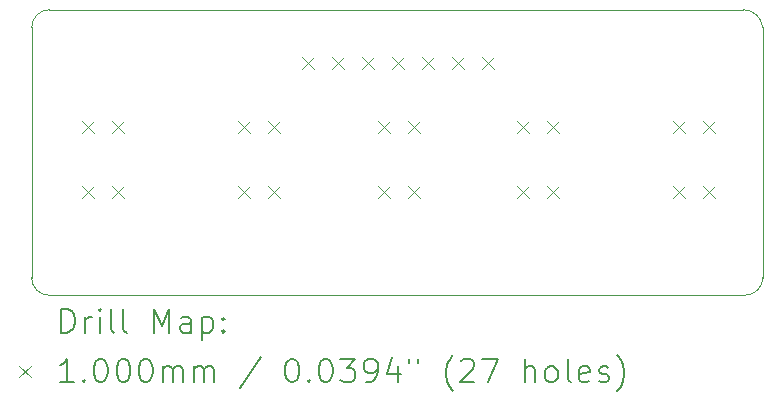
<source format=gbr>
%TF.GenerationSoftware,KiCad,Pcbnew,6.0.9-8da3e8f707~116~ubuntu22.04.1*%
%TF.CreationDate,2022-11-22T15:58:56+05:30*%
%TF.ProjectId,lsa,6c73612e-6b69-4636-9164-5f7063625858,rev?*%
%TF.SameCoordinates,Original*%
%TF.FileFunction,Drillmap*%
%TF.FilePolarity,Positive*%
%FSLAX45Y45*%
G04 Gerber Fmt 4.5, Leading zero omitted, Abs format (unit mm)*
G04 Created by KiCad (PCBNEW 6.0.9-8da3e8f707~116~ubuntu22.04.1) date 2022-11-22 15:58:56*
%MOMM*%
%LPD*%
G01*
G04 APERTURE LIST*
%ADD10C,0.100000*%
%ADD11C,0.200000*%
G04 APERTURE END LIST*
D10*
X14703934Y-9057934D02*
X14703934Y-7091066D01*
X14703934Y-7091066D02*
X14702500Y-6940033D01*
X8681000Y-9209000D02*
X14553934Y-9207934D01*
X8512500Y-9059000D02*
G75*
G03*
X8662500Y-9209000I150000J0D01*
G01*
X14536467Y-6790033D02*
X8663533Y-6789967D01*
X8663533Y-6789973D02*
G75*
G03*
X8513533Y-6939967I-3J-149997D01*
G01*
X14553934Y-9207934D02*
G75*
G03*
X14703934Y-9057934I-4J150004D01*
G01*
X8662500Y-9209000D02*
X8681000Y-9209000D01*
X8513533Y-8907967D02*
X8512500Y-9059000D01*
X8513533Y-6939967D02*
X8513533Y-8907967D01*
X14702499Y-6940033D02*
G75*
G03*
X14536467Y-6790033I-166040J-16897D01*
G01*
D11*
D10*
X8943000Y-7735000D02*
X9043000Y-7835000D01*
X9043000Y-7735000D02*
X8943000Y-7835000D01*
X8943000Y-8285000D02*
X9043000Y-8385000D01*
X9043000Y-8285000D02*
X8943000Y-8385000D01*
X9197000Y-7735000D02*
X9297000Y-7835000D01*
X9297000Y-7735000D02*
X9197000Y-7835000D01*
X9197000Y-8285000D02*
X9297000Y-8385000D01*
X9297000Y-8285000D02*
X9197000Y-8385000D01*
X10263000Y-7735000D02*
X10363000Y-7835000D01*
X10363000Y-7735000D02*
X10263000Y-7835000D01*
X10263000Y-8285000D02*
X10363000Y-8385000D01*
X10363000Y-8285000D02*
X10263000Y-8385000D01*
X10517000Y-7735000D02*
X10617000Y-7835000D01*
X10617000Y-7735000D02*
X10517000Y-7835000D01*
X10517000Y-8285000D02*
X10617000Y-8385000D01*
X10617000Y-8285000D02*
X10517000Y-8385000D01*
X10800000Y-7190000D02*
X10900000Y-7290000D01*
X10900000Y-7190000D02*
X10800000Y-7290000D01*
X11054000Y-7190000D02*
X11154000Y-7290000D01*
X11154000Y-7190000D02*
X11054000Y-7290000D01*
X11308000Y-7190000D02*
X11408000Y-7290000D01*
X11408000Y-7190000D02*
X11308000Y-7290000D01*
X11443000Y-7735000D02*
X11543000Y-7835000D01*
X11543000Y-7735000D02*
X11443000Y-7835000D01*
X11443000Y-8285000D02*
X11543000Y-8385000D01*
X11543000Y-8285000D02*
X11443000Y-8385000D01*
X11562000Y-7190000D02*
X11662000Y-7290000D01*
X11662000Y-7190000D02*
X11562000Y-7290000D01*
X11697000Y-7735000D02*
X11797000Y-7835000D01*
X11797000Y-7735000D02*
X11697000Y-7835000D01*
X11697000Y-8285000D02*
X11797000Y-8385000D01*
X11797000Y-8285000D02*
X11697000Y-8385000D01*
X11816000Y-7190000D02*
X11916000Y-7290000D01*
X11916000Y-7190000D02*
X11816000Y-7290000D01*
X12070000Y-7190000D02*
X12170000Y-7290000D01*
X12170000Y-7190000D02*
X12070000Y-7290000D01*
X12324000Y-7190000D02*
X12424000Y-7290000D01*
X12424000Y-7190000D02*
X12324000Y-7290000D01*
X12623000Y-7735000D02*
X12723000Y-7835000D01*
X12723000Y-7735000D02*
X12623000Y-7835000D01*
X12623000Y-8285000D02*
X12723000Y-8385000D01*
X12723000Y-8285000D02*
X12623000Y-8385000D01*
X12877000Y-7735000D02*
X12977000Y-7835000D01*
X12977000Y-7735000D02*
X12877000Y-7835000D01*
X12877000Y-8285000D02*
X12977000Y-8385000D01*
X12977000Y-8285000D02*
X12877000Y-8385000D01*
X13943000Y-7735000D02*
X14043000Y-7835000D01*
X14043000Y-7735000D02*
X13943000Y-7835000D01*
X13943000Y-8285000D02*
X14043000Y-8385000D01*
X14043000Y-8285000D02*
X13943000Y-8385000D01*
X14197000Y-7735000D02*
X14297000Y-7835000D01*
X14297000Y-7735000D02*
X14197000Y-7835000D01*
X14197000Y-8285000D02*
X14297000Y-8385000D01*
X14297000Y-8285000D02*
X14197000Y-8385000D01*
D11*
X8765119Y-9524476D02*
X8765119Y-9324476D01*
X8812738Y-9324476D01*
X8841310Y-9334000D01*
X8860357Y-9353048D01*
X8869881Y-9372095D01*
X8879405Y-9410190D01*
X8879405Y-9438762D01*
X8869881Y-9476857D01*
X8860357Y-9495905D01*
X8841310Y-9514952D01*
X8812738Y-9524476D01*
X8765119Y-9524476D01*
X8965119Y-9524476D02*
X8965119Y-9391143D01*
X8965119Y-9429238D02*
X8974643Y-9410190D01*
X8984167Y-9400667D01*
X9003214Y-9391143D01*
X9022262Y-9391143D01*
X9088929Y-9524476D02*
X9088929Y-9391143D01*
X9088929Y-9324476D02*
X9079405Y-9334000D01*
X9088929Y-9343524D01*
X9098452Y-9334000D01*
X9088929Y-9324476D01*
X9088929Y-9343524D01*
X9212738Y-9524476D02*
X9193690Y-9514952D01*
X9184167Y-9495905D01*
X9184167Y-9324476D01*
X9317500Y-9524476D02*
X9298452Y-9514952D01*
X9288929Y-9495905D01*
X9288929Y-9324476D01*
X9546071Y-9524476D02*
X9546071Y-9324476D01*
X9612738Y-9467333D01*
X9679405Y-9324476D01*
X9679405Y-9524476D01*
X9860357Y-9524476D02*
X9860357Y-9419714D01*
X9850833Y-9400667D01*
X9831786Y-9391143D01*
X9793690Y-9391143D01*
X9774643Y-9400667D01*
X9860357Y-9514952D02*
X9841310Y-9524476D01*
X9793690Y-9524476D01*
X9774643Y-9514952D01*
X9765119Y-9495905D01*
X9765119Y-9476857D01*
X9774643Y-9457810D01*
X9793690Y-9448286D01*
X9841310Y-9448286D01*
X9860357Y-9438762D01*
X9955595Y-9391143D02*
X9955595Y-9591143D01*
X9955595Y-9400667D02*
X9974643Y-9391143D01*
X10012738Y-9391143D01*
X10031786Y-9400667D01*
X10041310Y-9410190D01*
X10050833Y-9429238D01*
X10050833Y-9486381D01*
X10041310Y-9505429D01*
X10031786Y-9514952D01*
X10012738Y-9524476D01*
X9974643Y-9524476D01*
X9955595Y-9514952D01*
X10136548Y-9505429D02*
X10146071Y-9514952D01*
X10136548Y-9524476D01*
X10127024Y-9514952D01*
X10136548Y-9505429D01*
X10136548Y-9524476D01*
X10136548Y-9400667D02*
X10146071Y-9410190D01*
X10136548Y-9419714D01*
X10127024Y-9410190D01*
X10136548Y-9400667D01*
X10136548Y-9419714D01*
D10*
X8407500Y-9804000D02*
X8507500Y-9904000D01*
X8507500Y-9804000D02*
X8407500Y-9904000D01*
D11*
X8869881Y-9944476D02*
X8755595Y-9944476D01*
X8812738Y-9944476D02*
X8812738Y-9744476D01*
X8793690Y-9773048D01*
X8774643Y-9792095D01*
X8755595Y-9801619D01*
X8955595Y-9925429D02*
X8965119Y-9934952D01*
X8955595Y-9944476D01*
X8946071Y-9934952D01*
X8955595Y-9925429D01*
X8955595Y-9944476D01*
X9088929Y-9744476D02*
X9107976Y-9744476D01*
X9127024Y-9754000D01*
X9136548Y-9763524D01*
X9146071Y-9782571D01*
X9155595Y-9820667D01*
X9155595Y-9868286D01*
X9146071Y-9906381D01*
X9136548Y-9925429D01*
X9127024Y-9934952D01*
X9107976Y-9944476D01*
X9088929Y-9944476D01*
X9069881Y-9934952D01*
X9060357Y-9925429D01*
X9050833Y-9906381D01*
X9041310Y-9868286D01*
X9041310Y-9820667D01*
X9050833Y-9782571D01*
X9060357Y-9763524D01*
X9069881Y-9754000D01*
X9088929Y-9744476D01*
X9279405Y-9744476D02*
X9298452Y-9744476D01*
X9317500Y-9754000D01*
X9327024Y-9763524D01*
X9336548Y-9782571D01*
X9346071Y-9820667D01*
X9346071Y-9868286D01*
X9336548Y-9906381D01*
X9327024Y-9925429D01*
X9317500Y-9934952D01*
X9298452Y-9944476D01*
X9279405Y-9944476D01*
X9260357Y-9934952D01*
X9250833Y-9925429D01*
X9241310Y-9906381D01*
X9231786Y-9868286D01*
X9231786Y-9820667D01*
X9241310Y-9782571D01*
X9250833Y-9763524D01*
X9260357Y-9754000D01*
X9279405Y-9744476D01*
X9469881Y-9744476D02*
X9488929Y-9744476D01*
X9507976Y-9754000D01*
X9517500Y-9763524D01*
X9527024Y-9782571D01*
X9536548Y-9820667D01*
X9536548Y-9868286D01*
X9527024Y-9906381D01*
X9517500Y-9925429D01*
X9507976Y-9934952D01*
X9488929Y-9944476D01*
X9469881Y-9944476D01*
X9450833Y-9934952D01*
X9441310Y-9925429D01*
X9431786Y-9906381D01*
X9422262Y-9868286D01*
X9422262Y-9820667D01*
X9431786Y-9782571D01*
X9441310Y-9763524D01*
X9450833Y-9754000D01*
X9469881Y-9744476D01*
X9622262Y-9944476D02*
X9622262Y-9811143D01*
X9622262Y-9830190D02*
X9631786Y-9820667D01*
X9650833Y-9811143D01*
X9679405Y-9811143D01*
X9698452Y-9820667D01*
X9707976Y-9839714D01*
X9707976Y-9944476D01*
X9707976Y-9839714D02*
X9717500Y-9820667D01*
X9736548Y-9811143D01*
X9765119Y-9811143D01*
X9784167Y-9820667D01*
X9793690Y-9839714D01*
X9793690Y-9944476D01*
X9888929Y-9944476D02*
X9888929Y-9811143D01*
X9888929Y-9830190D02*
X9898452Y-9820667D01*
X9917500Y-9811143D01*
X9946071Y-9811143D01*
X9965119Y-9820667D01*
X9974643Y-9839714D01*
X9974643Y-9944476D01*
X9974643Y-9839714D02*
X9984167Y-9820667D01*
X10003214Y-9811143D01*
X10031786Y-9811143D01*
X10050833Y-9820667D01*
X10060357Y-9839714D01*
X10060357Y-9944476D01*
X10450833Y-9734952D02*
X10279405Y-9992095D01*
X10707976Y-9744476D02*
X10727024Y-9744476D01*
X10746071Y-9754000D01*
X10755595Y-9763524D01*
X10765119Y-9782571D01*
X10774643Y-9820667D01*
X10774643Y-9868286D01*
X10765119Y-9906381D01*
X10755595Y-9925429D01*
X10746071Y-9934952D01*
X10727024Y-9944476D01*
X10707976Y-9944476D01*
X10688929Y-9934952D01*
X10679405Y-9925429D01*
X10669881Y-9906381D01*
X10660357Y-9868286D01*
X10660357Y-9820667D01*
X10669881Y-9782571D01*
X10679405Y-9763524D01*
X10688929Y-9754000D01*
X10707976Y-9744476D01*
X10860357Y-9925429D02*
X10869881Y-9934952D01*
X10860357Y-9944476D01*
X10850833Y-9934952D01*
X10860357Y-9925429D01*
X10860357Y-9944476D01*
X10993690Y-9744476D02*
X11012738Y-9744476D01*
X11031786Y-9754000D01*
X11041310Y-9763524D01*
X11050833Y-9782571D01*
X11060357Y-9820667D01*
X11060357Y-9868286D01*
X11050833Y-9906381D01*
X11041310Y-9925429D01*
X11031786Y-9934952D01*
X11012738Y-9944476D01*
X10993690Y-9944476D01*
X10974643Y-9934952D01*
X10965119Y-9925429D01*
X10955595Y-9906381D01*
X10946071Y-9868286D01*
X10946071Y-9820667D01*
X10955595Y-9782571D01*
X10965119Y-9763524D01*
X10974643Y-9754000D01*
X10993690Y-9744476D01*
X11127024Y-9744476D02*
X11250833Y-9744476D01*
X11184167Y-9820667D01*
X11212738Y-9820667D01*
X11231786Y-9830190D01*
X11241309Y-9839714D01*
X11250833Y-9858762D01*
X11250833Y-9906381D01*
X11241309Y-9925429D01*
X11231786Y-9934952D01*
X11212738Y-9944476D01*
X11155595Y-9944476D01*
X11136548Y-9934952D01*
X11127024Y-9925429D01*
X11346071Y-9944476D02*
X11384167Y-9944476D01*
X11403214Y-9934952D01*
X11412738Y-9925429D01*
X11431786Y-9896857D01*
X11441309Y-9858762D01*
X11441309Y-9782571D01*
X11431786Y-9763524D01*
X11422262Y-9754000D01*
X11403214Y-9744476D01*
X11365119Y-9744476D01*
X11346071Y-9754000D01*
X11336548Y-9763524D01*
X11327024Y-9782571D01*
X11327024Y-9830190D01*
X11336548Y-9849238D01*
X11346071Y-9858762D01*
X11365119Y-9868286D01*
X11403214Y-9868286D01*
X11422262Y-9858762D01*
X11431786Y-9849238D01*
X11441309Y-9830190D01*
X11612738Y-9811143D02*
X11612738Y-9944476D01*
X11565119Y-9734952D02*
X11517500Y-9877810D01*
X11641309Y-9877810D01*
X11707976Y-9744476D02*
X11707976Y-9782571D01*
X11784167Y-9744476D02*
X11784167Y-9782571D01*
X12079405Y-10020667D02*
X12069881Y-10011143D01*
X12050833Y-9982571D01*
X12041309Y-9963524D01*
X12031786Y-9934952D01*
X12022262Y-9887333D01*
X12022262Y-9849238D01*
X12031786Y-9801619D01*
X12041309Y-9773048D01*
X12050833Y-9754000D01*
X12069881Y-9725429D01*
X12079405Y-9715905D01*
X12146071Y-9763524D02*
X12155595Y-9754000D01*
X12174643Y-9744476D01*
X12222262Y-9744476D01*
X12241309Y-9754000D01*
X12250833Y-9763524D01*
X12260357Y-9782571D01*
X12260357Y-9801619D01*
X12250833Y-9830190D01*
X12136548Y-9944476D01*
X12260357Y-9944476D01*
X12327024Y-9744476D02*
X12460357Y-9744476D01*
X12374643Y-9944476D01*
X12688928Y-9944476D02*
X12688928Y-9744476D01*
X12774643Y-9944476D02*
X12774643Y-9839714D01*
X12765119Y-9820667D01*
X12746071Y-9811143D01*
X12717500Y-9811143D01*
X12698452Y-9820667D01*
X12688928Y-9830190D01*
X12898452Y-9944476D02*
X12879405Y-9934952D01*
X12869881Y-9925429D01*
X12860357Y-9906381D01*
X12860357Y-9849238D01*
X12869881Y-9830190D01*
X12879405Y-9820667D01*
X12898452Y-9811143D01*
X12927024Y-9811143D01*
X12946071Y-9820667D01*
X12955595Y-9830190D01*
X12965119Y-9849238D01*
X12965119Y-9906381D01*
X12955595Y-9925429D01*
X12946071Y-9934952D01*
X12927024Y-9944476D01*
X12898452Y-9944476D01*
X13079405Y-9944476D02*
X13060357Y-9934952D01*
X13050833Y-9915905D01*
X13050833Y-9744476D01*
X13231786Y-9934952D02*
X13212738Y-9944476D01*
X13174643Y-9944476D01*
X13155595Y-9934952D01*
X13146071Y-9915905D01*
X13146071Y-9839714D01*
X13155595Y-9820667D01*
X13174643Y-9811143D01*
X13212738Y-9811143D01*
X13231786Y-9820667D01*
X13241309Y-9839714D01*
X13241309Y-9858762D01*
X13146071Y-9877810D01*
X13317500Y-9934952D02*
X13336548Y-9944476D01*
X13374643Y-9944476D01*
X13393690Y-9934952D01*
X13403214Y-9915905D01*
X13403214Y-9906381D01*
X13393690Y-9887333D01*
X13374643Y-9877810D01*
X13346071Y-9877810D01*
X13327024Y-9868286D01*
X13317500Y-9849238D01*
X13317500Y-9839714D01*
X13327024Y-9820667D01*
X13346071Y-9811143D01*
X13374643Y-9811143D01*
X13393690Y-9820667D01*
X13469881Y-10020667D02*
X13479405Y-10011143D01*
X13498452Y-9982571D01*
X13507976Y-9963524D01*
X13517500Y-9934952D01*
X13527024Y-9887333D01*
X13527024Y-9849238D01*
X13517500Y-9801619D01*
X13507976Y-9773048D01*
X13498452Y-9754000D01*
X13479405Y-9725429D01*
X13469881Y-9715905D01*
M02*

</source>
